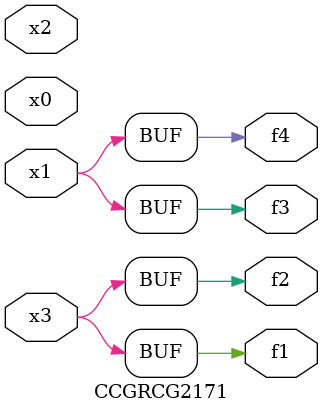
<source format=v>
module CCGRCG2171(
	input x0, x1, x2, x3,
	output f1, f2, f3, f4
);
	assign f1 = x3;
	assign f2 = x3;
	assign f3 = x1;
	assign f4 = x1;
endmodule

</source>
